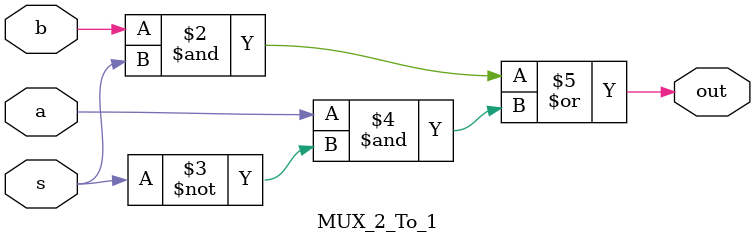
<source format=sv>
`timescale 1ns / 1ps

module MUX_2_To_1
    (input logic a, b, s,
     output logic out);

    always @(a,b,s) begin;
        out <= (b & s) | (a & ~s);
    end;
    
endmodule

</source>
